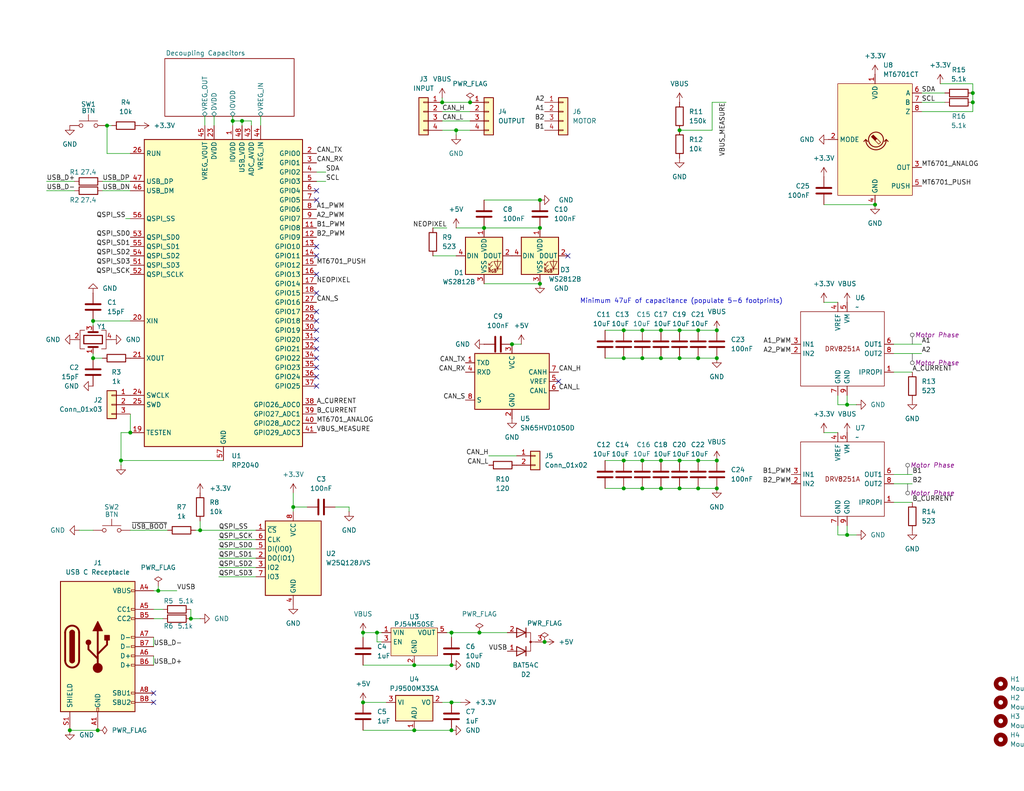
<source format=kicad_sch>
(kicad_sch (version 20250114) (generator "eeschema") (generator_version "9.0")
  (paper "USLetter")
  (title_block (title "Echo FOC Stepper Driver") (rev "A") (company "UC Berkeley MECENG 135/235"))
  (text "Minimum 47uF of capacitance (populate 5-6 footprints)" (at 185.928 82.296 0) (effects (font (size 1.27 1.27))))
  (junction (at 113.03 181.61))
  (junction (at 123.19 191.77))
  (junction (at 80.01 138.43))
  (junction (at 19.05 199.39))
  (junction (at 195.58 90.17))
  (junction (at 231.14 146.05))
  (junction (at 185.42 97.79))
  (junction (at 52.07 168.91))
  (junction (at 128.27 27.94))
  (junction (at 25.4 97.79))
  (junction (at 33.02 125.73))
  (junction (at 147.32 77.47))
  (junction (at 195.58 133.35))
  (junction (at 175.26 97.79))
  (junction (at 175.26 133.35))
  (junction (at 265.43 25.4))
  (junction (at 180.34 133.35))
  (junction (at 147.32 54.61))
  (junction (at 139.7 93.98))
  (junction (at 238.76 55.88))
  (junction (at 99.06 172.72))
  (junction (at 99.06 191.77))
  (junction (at 185.42 125.73))
  (junction (at 63.5 33.02))
  (junction (at 170.18 133.35))
  (junction (at 148.59 175.26))
  (junction (at 120.65 27.94))
  (junction (at 180.34 97.79))
  (junction (at 124.46 35.56))
  (junction (at 231.14 110.49))
  (junction (at 123.19 181.61))
  (junction (at 190.5 125.73))
  (junction (at 102.87 172.72))
  (junction (at 43.18 161.29))
  (junction (at 147.32 62.23))
  (junction (at 265.43 27.94))
  (junction (at 185.42 35.56))
  (junction (at 66.04 33.02))
  (junction (at 190.5 90.17))
  (junction (at 123.19 172.72))
  (junction (at 170.18 97.79))
  (junction (at 190.5 97.79))
  (junction (at 170.18 125.73))
  (junction (at 170.18 90.17))
  (junction (at 26.67 199.39))
  (junction (at 195.58 125.73))
  (junction (at 175.26 90.17))
  (junction (at 29.21 34.29))
  (junction (at 180.34 90.17))
  (junction (at 190.5 133.35))
  (junction (at 25.4 87.63))
  (junction (at 195.58 97.79))
  (junction (at 175.26 125.73))
  (junction (at 54.61 144.78))
  (junction (at 180.34 125.73))
  (junction (at 35.56 118.11))
  (junction (at 185.42 90.17))
  (junction (at 185.42 133.35))
  (junction (at 113.03 199.39))
  (junction (at 130.81 172.72))
  (junction (at 132.08 62.23))
  (junction (at 123.19 199.39))
  (no_connect (at 86.36 90.17))
  (no_connect (at 86.36 97.79))
  (no_connect (at 86.36 100.33))
  (no_connect (at 86.36 102.87))
  (no_connect (at 41.91 191.77))
  (no_connect (at 86.36 74.93))
  (no_connect (at 152.4 104.14))
  (no_connect (at 86.36 85.09))
  (no_connect (at 86.36 95.25))
  (no_connect (at 86.36 105.41))
  (no_connect (at 154.94 69.85))
  (no_connect (at 86.36 92.71))
  (no_connect (at 86.36 54.61))
  (no_connect (at 86.36 67.31))
  (no_connect (at 86.36 87.63))
  (no_connect (at 86.36 80.01))
  (no_connect (at 41.91 189.23))
  (no_connect (at 86.36 52.07))
  (no_connect (at 86.36 69.85))
  (wire (pts (xy 165.1 133.35) (xy 170.18 133.35)))
  (wire (pts (xy 99.06 172.72) (xy 102.87 172.72)))
  (wire (pts (xy 190.5 90.17) (xy 195.58 90.17)))
  (wire (pts (xy 185.42 133.35) (xy 190.5 133.35)))
  (wire (pts (xy 165.1 125.73) (xy 170.18 125.73)))
  (wire (pts (xy 175.26 133.35) (xy 180.34 133.35)))
  (wire (pts (xy 41.91 166.37) (xy 44.45 166.37)))
  (wire (pts (xy 140.97 124.46) (xy 133.35 124.46)))
  (wire (pts (xy 25.4 87.63) (xy 35.56 87.63)))
  (wire (pts (xy 41.91 181.61) (xy 41.91 179.07)))
  (wire (pts (xy 248.92 101.6) (xy 243.84 101.6)))
  (wire (pts (xy 113.03 199.39) (xy 123.19 199.39)))
  (wire (pts (xy 118.11 69.85) (xy 124.46 69.85)))
  (wire (pts (xy 88.9 46.99) (xy 86.36 46.99)))
  (wire (pts (xy 243.84 129.54) (xy 248.92 129.54)))
  (wire (pts (xy 180.34 125.73) (xy 185.42 125.73)))
  (wire (pts (xy 66.04 33.02) (xy 63.5 33.02)))
  (wire (pts (xy 195.58 133.35) (xy 190.5 133.35)))
  (wire (pts (xy 124.46 62.23) (xy 132.08 62.23)))
  (wire (pts (xy 170.18 125.73) (xy 175.26 125.73)))
  (wire (pts (xy 71.12 31.75) (xy 71.12 34.29)))
  (wire (pts (xy 124.46 35.56) (xy 124.46 36.83)))
  (wire (pts (xy 123.19 172.72) (xy 130.81 172.72)))
  (wire (pts (xy 231.14 107.95) (xy 231.14 110.49)))
  (wire (pts (xy 43.18 161.29) (xy 43.18 160.02)))
  (wire (pts (xy 243.84 93.98) (xy 251.46 93.98)))
  (wire (pts (xy 25.4 97.79) (xy 27.94 97.79)))
  (wire (pts (xy 68.58 34.29) (xy 68.58 33.02)))
  (wire (pts (xy 95.25 138.43) (xy 95.25 139.7)))
  (wire (pts (xy 265.43 27.94) (xy 265.43 30.48)))
  (wire (pts (xy 256.54 22.86) (xy 265.43 22.86)))
  (wire (pts (xy 194.31 27.94) (xy 198.12 27.94)))
  (wire (pts (xy 29.21 34.29) (xy 29.21 41.91)))
  (wire (pts (xy 54.61 144.78) (xy 69.85 144.78)))
  (wire (pts (xy 185.42 90.17) (xy 190.5 90.17)))
  (wire (pts (xy 175.26 90.17) (xy 180.34 90.17)))
  (wire (pts (xy 68.58 33.02) (xy 66.04 33.02)))
  (wire (pts (xy 34.29 59.69) (xy 35.56 59.69)))
  (wire (pts (xy 132.08 77.47) (xy 147.32 77.47)))
  (wire (pts (xy 27.94 52.07) (xy 35.56 52.07)))
  (wire (pts (xy 190.5 125.73) (xy 195.58 125.73)))
  (wire (pts (xy 243.84 96.52) (xy 251.46 96.52)))
  (wire (pts (xy 53.34 144.78) (xy 54.61 144.78)))
  (wire (pts (xy 228.6 146.05) (xy 231.14 146.05)))
  (wire (pts (xy 80.01 138.43) (xy 83.82 138.43)))
  (wire (pts (xy 142.24 93.98) (xy 139.7 93.98)))
  (wire (pts (xy 175.26 97.79) (xy 180.34 97.79)))
  (wire (pts (xy 121.92 62.23) (xy 118.11 62.23)))
  (wire (pts (xy 194.31 27.94) (xy 194.31 35.56)))
  (wire (pts (xy 120.65 30.48) (xy 128.27 30.48)))
  (wire (pts (xy 41.91 161.29) (xy 43.18 161.29)))
  (wire (pts (xy 243.84 132.08) (xy 248.92 132.08)))
  (wire (pts (xy 102.87 172.72) (xy 104.14 172.72)))
  (wire (pts (xy 41.91 168.91) (xy 44.45 168.91)))
  (wire (pts (xy 175.26 125.73) (xy 180.34 125.73)))
  (wire (pts (xy 224.79 55.88) (xy 238.76 55.88)))
  (wire (pts (xy 231.14 143.51) (xy 231.14 146.05)))
  (wire (pts (xy 165.1 97.79) (xy 170.18 97.79)))
  (wire (pts (xy 113.03 181.61) (xy 123.19 181.61)))
  (wire (pts (xy 194.31 35.56) (xy 185.42 35.56)))
  (wire (pts (xy 228.6 143.51) (xy 228.6 146.05)))
  (wire (pts (xy 120.65 35.56) (xy 124.46 35.56)))
  (wire (pts (xy 248.92 137.16) (xy 243.84 137.16)))
  (wire (pts (xy 59.69 149.86) (xy 69.85 149.86)))
  (wire (pts (xy 27.94 49.53) (xy 35.56 49.53)))
  (wire (pts (xy 180.34 90.17) (xy 185.42 90.17)))
  (wire (pts (xy 25.4 96.52) (xy 25.4 97.79)))
  (wire (pts (xy 265.43 30.48) (xy 251.46 30.48)))
  (wire (pts (xy 185.42 125.73) (xy 190.5 125.73)))
  (wire (pts (xy 55.88 31.75) (xy 55.88 34.29)))
  (wire (pts (xy 224.79 82.55) (xy 228.6 82.55)))
  (wire (pts (xy 99.06 199.39) (xy 113.03 199.39)))
  (wire (pts (xy 231.14 146.05) (xy 233.68 146.05)))
  (wire (pts (xy 99.06 172.72) (xy 99.06 173.99)))
  (wire (pts (xy 265.43 22.86) (xy 265.43 25.4)))
  (wire (pts (xy 29.21 41.91) (xy 35.56 41.91)))
  (wire (pts (xy 170.18 97.79) (xy 175.26 97.79)))
  (wire (pts (xy 25.4 88.9) (xy 25.4 87.63)))
  (wire (pts (xy 45.72 144.78) (xy 35.56 144.78)))
  (wire (pts (xy 59.69 154.94) (xy 69.85 154.94)))
  (wire (pts (xy 228.6 110.49) (xy 231.14 110.49)))
  (wire (pts (xy 102.87 175.26) (xy 102.87 172.72)))
  (wire (pts (xy 33.02 125.73) (xy 60.96 125.73)))
  (wire (pts (xy 124.46 35.56) (xy 128.27 35.56)))
  (wire (pts (xy 91.44 138.43) (xy 95.25 138.43)))
  (wire (pts (xy 35.56 118.11) (xy 33.02 118.11)))
  (wire (pts (xy 43.18 161.29) (xy 48.26 161.29)))
  (wire (pts (xy 120.65 191.77) (xy 123.19 191.77)))
  (wire (pts (xy 170.18 133.35) (xy 175.26 133.35)))
  (wire (pts (xy 123.19 172.72) (xy 123.19 173.99)))
  (wire (pts (xy 80.01 134.62) (xy 80.01 138.43)))
  (wire (pts (xy 54.61 142.24) (xy 54.61 144.78)))
  (wire (pts (xy 52.07 166.37) (xy 52.07 168.91)))
  (wire (pts (xy 228.6 107.95) (xy 228.6 110.49)))
  (wire (pts (xy 99.06 181.61) (xy 113.03 181.61)))
  (wire (pts (xy 33.02 118.11) (xy 33.02 125.73)))
  (wire (pts (xy 180.34 97.79) (xy 185.42 97.79)))
  (wire (pts (xy 58.42 31.75) (xy 58.42 34.29)))
  (wire (pts (xy 165.1 90.17) (xy 170.18 90.17)))
  (wire (pts (xy 12.7 49.53) (xy 20.32 49.53)))
  (wire (pts (xy 88.9 49.53) (xy 86.36 49.53)))
  (wire (pts (xy 33.02 125.73) (xy 33.02 127)))
  (wire (pts (xy 12.7 52.07) (xy 20.32 52.07)))
  (wire (pts (xy 231.14 110.49) (xy 233.68 110.49)))
  (wire (pts (xy 170.18 90.17) (xy 175.26 90.17)))
  (wire (pts (xy 41.91 176.53) (xy 41.91 173.99)))
  (wire (pts (xy 21.59 144.78) (xy 25.4 144.78)))
  (wire (pts (xy 132.08 54.61) (xy 147.32 54.61)))
  (wire (pts (xy 224.79 118.11) (xy 228.6 118.11)))
  (wire (pts (xy 180.34 133.35) (xy 185.42 133.35)))
  (wire (pts (xy 251.46 25.4) (xy 257.81 25.4)))
  (wire (pts (xy 99.06 191.77) (xy 105.41 191.77)))
  (wire (pts (xy 59.69 147.32) (xy 69.85 147.32)))
  (wire (pts (xy 120.65 33.02) (xy 128.27 33.02)))
  (wire (pts (xy 195.58 97.79) (xy 190.5 97.79)))
  (wire (pts (xy 120.65 27.94) (xy 128.27 27.94)))
  (wire (pts (xy 59.69 152.4) (xy 69.85 152.4)))
  (wire (pts (xy 104.14 175.26) (xy 102.87 175.26)))
  (wire (pts (xy 132.08 62.23) (xy 147.32 62.23)))
  (wire (pts (xy 251.46 27.94) (xy 257.81 27.94)))
  (wire (pts (xy 123.19 191.77) (xy 125.73 191.77)))
  (wire (pts (xy 120.65 27.94) (xy 120.65 26.67)))
  (wire (pts (xy 121.92 172.72) (xy 123.19 172.72)))
  (wire (pts (xy 52.07 168.91) (xy 54.61 168.91)))
  (wire (pts (xy 265.43 25.4) (xy 265.43 27.94)))
  (wire (pts (xy 19.05 199.39) (xy 26.67 199.39)))
  (wire (pts (xy 80.01 138.43) (xy 80.01 139.7)))
  (wire (pts (xy 59.69 157.48) (xy 69.85 157.48)))
  (wire (pts (xy 130.81 172.72) (xy 138.43 172.72)))
  (wire (pts (xy 30.48 34.29) (xy 29.21 34.29)))
  (wire (pts (xy 185.42 97.79) (xy 190.5 97.79)))
  (wire (pts (xy 35.56 118.11) (xy 35.56 113.03)))
  (wire (pts (xy 66.04 33.02) (xy 66.04 34.29)))
  (wire (pts (xy 63.5 31.75) (xy 63.5 33.02)))
  (wire (pts (xy 63.5 33.02) (xy 63.5 34.29)))
  (label "CAN_S" (at 127 109.22 180))
  (label "CAN_H" (at 152.4 101.6 0))
  (label "QSPI_SCK" (at 35.56 74.93 180))
  (label "A1" (at 148.59 30.48 180))
  (label "QSPI_SD2" (at 59.69 154.94 0))
  (label "MT6701_ANALOG" (at 86.36 115.57 0))
  (label "CAN_RX" (at 86.36 44.45 0))
  (label "USB_DP" (at 27.94 49.53 0))
  (label "B1_PWM" (at 215.9 129.54 180))
  (label "SCL" (at 88.9 49.53 0))
  (label "MT6701_ANALOG" (at 251.46 45.72 0))
  (label "QSPI_SS" (at 59.69 144.78 0))
  (label "QSPI_SD1" (at 35.56 67.31 180))
  (label "B1" (at 248.92 129.54 0))
  (label "MT6701_PUSH" (at 86.36 72.39 0))
  (label "QSPI_SD2" (at 35.56 69.85 180))
  (label "SCL" (at 251.46 27.94 0))
  (label "CAN_L" (at 120.65 33.02 0))
  (label "VUSB" (at 138.43 177.8 180))
  (label "A_CURRENT" (at 86.36 110.49 0))
  (label "CAN_S" (at 86.36 82.55 0))
  (label "CAN_H" (at 133.35 124.46 180))
  (label "QSPI_SS" (at 34.29 59.69 180))
  (label "B2_PWM" (at 215.9 132.08 180))
  (label "A1_PWM" (at 215.9 93.98 180))
  (label "QSPI_SD3" (at 35.56 72.39 180))
  (label "B1_PWM" (at 86.36 62.23 0))
  (label "A1" (at 251.46 93.98 0))
  (label "A2" (at 251.46 96.52 0))
  (label "NEOPIXEL" (at 121.92 62.23 180))
  (label "CAN_TX" (at 127 99.06 180))
  (label "A1_PWM" (at 86.36 57.15 0))
  (label "VUSB" (at 48.26 161.29 0))
  (label "~{USB_BOOT}" (at 45.72 144.78 180))
  (label "B2_PWM" (at 86.36 64.77 0))
  (label "CAN_L" (at 152.4 106.68 0))
  (label "B1" (at 148.59 35.56 180))
  (label "VBUS_MEASURE" (at 198.12 27.94 270))
  (label "NEOPIXEL" (at 86.36 77.47 0))
  (label "A_CURRENT" (at 248.92 101.6 0))
  (label "VBUS_MEASURE" (at 86.36 118.11 0))
  (label "CAN_TX" (at 86.36 41.91 0))
  (label "USB_D-" (at 41.91 176.53 0))
  (label "B_CURRENT" (at 86.36 113.03 0))
  (label "B2" (at 248.92 132.08 0))
  (label "SDA" (at 88.9 46.99 0))
  (label "USB_D+" (at 41.91 181.61 0))
  (label "USB_DN" (at 27.94 52.07 0))
  (label "CAN_L" (at 133.35 127 180))
  (label "A2_PWM" (at 215.9 96.52 180))
  (label "B2" (at 148.59 33.02 180))
  (label "QSPI_SD0" (at 35.56 64.77 180))
  (label "CAN_RX" (at 127 101.6 180))
  (label "USB_D+" (at 12.7 49.53 0))
  (label "A2" (at 148.59 27.94 180))
  (label "QSPI_SD1" (at 59.69 152.4 0))
  (label "QSPI_SD0" (at 59.69 149.86 0))
  (label "B_CURRENT" (at 248.92 137.16 0))
  (label "QSPI_SD3" (at 59.69 157.48 0))
  (label "QSPI_SCK" (at 59.69 147.32 0))
  (label "A2_PWM" (at 86.36 59.69 0))
  (label "USB_D-" (at 12.7 52.07 0))
  (label "CAN_H" (at 120.65 30.48 0))
  (label "SDA" (at 251.46 25.4 0))
  (label "MT6701_PUSH" (at 251.46 50.8 0))
  (netclass_flag "" (length 2.54) (shape round) (at 248.92 93.98 0) (property "Netclass" "Motor Phase" (at 249.6185 91.44 0) (effects (font (italic yes)) (justify left))))
  (netclass_flag "" (length 2.54) (shape round) (at 248.92 96.52 180) (property "Netclass" "Motor Phase" (at 249.6185 99.06 0) (effects (font (italic yes)) (justify left))))
  (netclass_flag "" (length 2.54) (shape round) (at 247.65 132.08 180) (property "Netclass" "Motor Phase" (at 248.3485 134.62 0) (effects (font (italic yes)) (justify left))))
  (netclass_flag "" (length 2.54) (shape round) (at 247.65 129.54 0) (property "Netclass" "Motor Phase" (at 248.3485 127 0) (effects (font (italic yes)) (justify left))))
  (symbol (lib_id "power:GND") (at 147.32 54.61 90) (unit 1)
    (property "Reference" "#PWR026" (effects (hide yes)))
    (property "Value" "GND" (at 152.4 54.6099 90) (effects (justify right)))
    (property "Description" "Power symbol creates a global label with name \"GND\" , ground" (effects (hide yes)))
  )
  (symbol (lib_id "power:+3.3V") (at 38.1 34.29 270) (unit 1)
    (property "Reference" "#PWR09" (effects (hide yes)))
    (property "Value" "+3.3V" (at 41.91 34.2899 90) (effects (justify left)))
    (property "Description" "Power symbol creates a global label with name \"+3.3V\"" (effects (hide yes)))
  )
  (symbol (lib_id "power:GND") (at 195.58 97.79 0) (unit 1)
    (property "Reference" "#PWR032" (effects (hide yes)))
    (property "Value" "GND" (at 195.58 102.87 0))
    (property "Description" "Power symbol creates a global label with name \"GND\" , ground" (effects (hide yes)))
  )
  (symbol (lib_id "power:GND") (at 195.58 133.35 0) (unit 1)
    (property "Reference" "#PWR034" (effects (hide yes)))
    (property "Value" "GND" (at 195.58 138.43 0))
    (property "Description" "Power symbol creates a global label with name \"GND\" , ground" (effects (hide yes)))
  )
  (symbol (lib_id "power:GND") (at 238.76 55.88 0) (unit 1)
    (property "Reference" "#PWR044" (effects (hide yes)))
    (property "Value" "GND" (at 238.76 60.96 0))
    (property "Description" "Power symbol creates a global label with name \"GND\" , ground" (effects (hide yes)))
  )
  (symbol (lib_id "Device:C") (at 180.34 93.98 0) (unit 1)
    (property "Reference" "C17" (at 178.308 85.852 0) (effects (justify left)))
    (property "Value" "10uF" (at 178.308 88.392 0) (effects (justify left)))
    (property "Footprint" "Capacitor_SMD:C_0805_2012Metric" (effects (hide yes)))
    (property "Description" "Unpolarized capacitor" (effects (hide yes)))
    (property "LCSC" "C440198" (effects (hide yes)))
  )
  (symbol (lib_id "power:+3.3V") (at 224.79 82.55 0) (unit 1)
    (property "Reference" "#PWR036" (effects (hide yes)))
    (property "Value" "+3.3V" (at 224.79 77.47 0))
    (property "Description" "Power symbol creates a global label with name \"+3.3V\"" (effects (hide yes)))
  )
  (symbol (lib_id "power:+3.3V") (at 224.79 48.26 0) (unit 1)
    (property "Reference" "#PWR035" (effects (hide yes)))
    (property "Value" "+3.3V" (at 224.79 43.18 0))
    (property "Description" "Power symbol creates a global label with name \"+3.3V\"" (effects (hide yes)))
  )
  (symbol (lib_id "Mechanical:MountingHole") (at 273.05 201.93 0) (unit 1)
    (property "Reference" "H4" (at 275.59 200.66 0) (effects (justify left)))
    (property "Value" "MountingHole" (at 275.59 203.2 0) (effects (justify left)))
    (property "Footprint" "MountingHole:MountingHole_3.2mm_M3_DIN965_Pad" (effects (hide yes)))
    (property "Description" "Mounting Hole without connection" (effects (hide yes)))
  )
  (symbol (lib_id "Device:C") (at 165.1 129.54 0) (unit 1)
    (property "Reference" "C12" (at 166.624 121.412 0) (effects (justify right)))
    (property "Value" "10uF" (at 166.624 123.952 0) (effects (justify right)))
    (property "Footprint" "Capacitor_SMD:C_0805_2012Metric" (effects (hide yes)))
    (property "Description" "Unpolarized capacitor" (effects (hide yes)))
    (property "LCSC" "C440198" (effects (hide yes)))
  )
  (symbol (lib_id "Device:C") (at 224.79 52.07 0) (mirror y) (unit 1)
    (property "Reference" "C25" (at 220.98 50.7999 0) (effects (justify left)))
    (property "Value" "100nF" (at 220.98 53.3399 0) (effects (justify left)))
    (property "Footprint" "Capacitor_SMD:C_0603_1608Metric" (effects (hide yes)))
    (property "Description" "Unpolarized capacitor" (effects (hide yes)))
    (property "LCSC" "C1591" (effects (hide yes)))
  )
  (symbol (lib_id "Mechanical:MountingHole") (at 273.05 191.77 0) (unit 1)
    (property "Reference" "H2" (at 275.59 190.5 0) (effects (justify left)))
    (property "Value" "MountingHole" (at 275.59 193.04 0) (effects (justify left)))
    (property "Footprint" "MountingHole:MountingHole_3.2mm_M3_DIN965_Pad" (effects (hide yes)))
    (property "Description" "Mounting Hole without connection" (effects (hide yes)))
  )
  (symbol (lib_id "power:VBUS") (at 120.65 26.67 0) (unit 1)
    (property "Reference" "#PWR017" (effects (hide yes)))
    (property "Value" "VBUS" (at 120.65 21.59 0))
    (property "Description" "Power symbol creates a global label with name \"VBUS\"" (effects (hide yes)))
  )
  (symbol (lib_id "power:GND") (at 21.59 144.78 270) (unit 1)
    (property "Reference" "#PWR04" (effects (hide yes)))
    (property "Value" "GND" (at 17.78 144.78 90) (effects (justify right)))
    (property "Description" "Power symbol creates a global label with name \"GND\" , ground" (effects (hide yes)))
  )
  (symbol (lib_id "Connector_Generic:Conn_01x04") (at 133.35 30.48 0) (unit 1)
    (property "Reference" "J4" (at 135.89 30.4799 0) (effects (justify left)))
    (property "Value" "OUTPUT" (at 135.89 33.0199 0) (effects (justify left)))
    (property "Footprint" "Connector_JST:JST_PH_S4B-PH-K_1x04_P2.00mm_Horizontal" (effects (hide yes)))
    (property "Description" "Generic connector, single row, 01x04, script generated (kicad-library-utils/schlib/autogen/connector/)" (effects (hide yes)))
    (property "LCSC" "C157926" (effects (hide yes)))
  )
  (symbol (lib_id "Device:C") (at 135.89 93.98 270) (mirror x) (unit 1)
    (property "Reference" "C9" (at 135.89 86.36 90))
    (property "Value" "100nF" (at 135.89 88.9 90))
    (property "Footprint" "Capacitor_SMD:C_0402_1005Metric" (effects (hide yes)))
    (property "Description" "Unpolarized capacitor" (effects (hide yes)))
    (property "LCSC" "C960916" (effects (hide yes)))
  )
  (symbol (lib_id "Device:C") (at 175.26 93.98 0) (unit 1)
    (property "Reference" "C15" (at 177.546 85.852 0) (effects (justify right)))
    (property "Value" "10uF" (at 177.546 88.392 0) (effects (justify right)))
    (property "Footprint" "Capacitor_SMD:C_0805_2012Metric" (effects (hide yes)))
    (property "Description" "Unpolarized capacitor" (effects (hide yes)))
    (property "LCSC" "C440198" (effects (hide yes)))
  )
  (symbol (lib_id "Device:R") (at 54.61 138.43 180) (unit 1)
    (property "Reference" "R8" (at 57.15 137.16 0) (effects (justify right)))
    (property "Value" "10k" (at 57.15 139.7 0) (effects (justify right)))
    (property "Footprint" "Resistor_SMD:R_0402_1005Metric" (effects (hide yes)))
    (property "Description" "Resistor" (effects (hide yes)))
    (property "LCSC" "C60490" (effects (hide yes)))
  )
  (symbol (lib_id "Connector:USB_C_Receptacle_USB2.0_16P") (at 26.67 176.53 0) (unit 1)
    (property "Reference" "J1" (at 26.67 153.67 0))
    (property "Value" "USB C Receptacle" (at 26.67 156.21 0))
    (property "Footprint" "Connector_USB:USB_C_Receptacle_G-Switch_GT-USB-7010ASV" (effects (hide yes)))
    (property "Datasheet" "https://www.usb.org/sites/default/files/documents/usb_type-c.zip" (effects (hide yes)))
    (property "Description" "USB 2.0-only 16P Type-C Receptacle connector" (effects (hide yes)))
    (property "LCSC" "C2988369" (effects (hide yes)))
  )
  (symbol (lib_id "power:+5V") (at 148.59 175.26 270) (unit 1)
    (property "Reference" "#PWR028" (effects (hide yes)))
    (property "Value" "+5V" (at 152.4 175.2599 90) (effects (justify left)))
    (property "Description" "Power symbol creates a global label with name \"+5V\"" (effects (hide yes)))
  )
  (symbol (lib_id "power:GND") (at 30.48 92.71 90) (unit 1)
    (property "Reference" "#PWR07" (effects (hide yes)))
    (property "Value" "GND" (at 34.29 92.7099 90) (effects (justify right)))
    (property "Description" "Power symbol creates a global label with name \"GND\" , ground" (effects (hide yes)))
  )
  (symbol (lib_id "Device:C") (at 147.32 58.42 180) (unit 1)
    (property "Reference" "C10" (at 151.13 57.1499 0) (effects (justify right)))
    (property "Value" "100nF" (at 151.13 59.6899 0) (effects (justify right)))
    (property "Footprint" "Capacitor_SMD:C_0402_1005Metric" (effects (hide yes)))
    (property "Description" "Unpolarized capacitor" (effects (hide yes)))
    (property "LCSC" "C960916" (effects (hide yes)))
  )
  (symbol (lib_id "power:PWR_FLAG") (at 26.67 199.39 270) (unit 1)
    (property "Reference" "#FLG01" (effects (hide yes)))
    (property "Value" "PWR_FLAG" (at 30.48 199.3899 90) (effects (justify left)))
    (property "Description" "Special symbol for telling ERC where power comes from" (effects (hide yes)))
  )
  (symbol (lib_id "Device:R") (at 248.92 140.97 0) (unit 1)
    (property "Reference" "R14" (at 251.46 139.6999 0) (effects (justify left)))
    (property "Value" "523" (at 251.46 142.2399 0) (effects (justify left)))
    (property "Footprint" "Resistor_SMD:R_0402_1005Metric" (effects (hide yes)))
    (property "Description" "Resistor" (effects (hide yes)))
    (property "LCSC" "C517803" (effects (hide yes)))
  )
  (symbol (lib_id "Device:C") (at 195.58 129.54 0) (unit 1)
    (property "Reference" "C24" (at 199.39 128.2699 0) (effects (justify left)))
    (property "Value" "100nF" (at 199.39 130.8099 0) (effects (justify left)))
    (property "Footprint" "Capacitor_SMD:C_0402_1005Metric" (effects (hide yes)))
    (property "Description" "Unpolarized capacitor" (effects (hide yes)))
    (property "LCSC" "C960916" (effects (hide yes)))
  )
  (symbol (lib_id "Connector_Generic:Conn_01x03") (at 30.48 110.49 0) (mirror y) (unit 1)
    (property "Reference" "J2" (at 27.94 109.2199 0) (effects (justify left)))
    (property "Value" "Conn_01x03" (at 27.94 111.7599 0) (effects (justify left)))
    (property "Footprint" "Connector_PinHeader_2.54mm:PinHeader_1x03_P2.54mm_Vertical" (effects (hide yes)))
    (property "Description" "Generic connector, single row, 01x03, script generated (kicad-library-utils/schlib/autogen/connector/)" (effects (hide yes)))
  )
  (symbol (lib_id "Device:C") (at 185.42 129.54 0) (unit 1)
    (property "Reference" "C20" (at 183.388 121.412 0) (effects (justify left)))
    (property "Value" "10uF" (at 183.388 123.952 0) (effects (justify left)))
    (property "Footprint" "Capacitor_SMD:C_0805_2012Metric" (effects (hide yes)))
    (property "Description" "Unpolarized capacitor" (effects (hide yes)))
    (property "LCSC" "C440198" (effects (hide yes)))
  )
  (symbol (lib_id "Device:C") (at 25.4 83.82 180) (unit 1)
    (property "Reference" "C1" (at 29.21 82.5499 0) (effects (justify right)))
    (property "Value" "15pF" (at 29.21 85.0899 0) (effects (justify right)))
    (property "Footprint" "Capacitor_SMD:C_0402_1005Metric" (effects (hide yes)))
    (property "Description" "Unpolarized capacitor" (effects (hide yes)))
    (property "LCSC" "C18164617" (effects (hide yes)))
  )
  (symbol (lib_id "power:PWR_FLAG") (at 148.59 175.26 0) (unit 1)
    (property "Reference" "#FLG05" (effects (hide yes)))
    (property "Value" "PWR_FLAG" (at 148.59 170.18 0))
    (property "Description" "Special symbol for telling ERC where power comes from" (effects (hide yes)))
  )
  (symbol (lib_id "Device:R") (at 118.11 66.04 180) (unit 1)
    (property "Reference" "R9" (at 120.65 64.7699 0) (effects (justify right)))
    (property "Value" "523" (at 120.65 67.3099 0) (effects (justify right)))
    (property "Footprint" "Resistor_SMD:R_0402_1005Metric" (effects (hide yes)))
    (property "Description" "Resistor" (effects (hide yes)))
    (property "LCSC" "C517803" (effects (hide yes)))
  )
  (symbol (lib_id "Device:C") (at 170.18 93.98 0) (unit 1)
    (property "Reference" "C13" (at 171.704 85.852 0) (effects (justify right)))
    (property "Value" "10uF" (at 171.704 88.392 0) (effects (justify right)))
    (property "Footprint" "Capacitor_SMD:C_0805_2012Metric" (effects (hide yes)))
    (property "Description" "Unpolarized capacitor" (effects (hide yes)))
    (property "LCSC" "C440198" (effects (hide yes)))
  )
  (symbol (lib_id "power:VBUS") (at 185.42 27.94 0) (unit 1)
    (property "Reference" "#PWR029" (effects (hide yes)))
    (property "Value" "VBUS" (at 185.42 22.86 0))
    (property "Description" "Power symbol creates a global label with name \"VBUS\"" (effects (hide yes)))
  )
  (symbol (lib_id "power:GND") (at 95.25 139.7 0) (unit 1)
    (property "Reference" "#PWR014" (effects (hide yes)))
    (property "Value" "GND" (at 95.25 144.78 0))
    (property "Description" "Power symbol creates a global label with name \"GND\" , ground" (effects (hide yes)))
  )
  (symbol (lib_id "power:GND") (at 248.92 109.22 0) (unit 1)
    (property "Reference" "#PWR045" (effects (hide yes)))
    (property "Value" "GND" (at 248.92 114.3 0))
    (property "Description" "Power symbol creates a global label with name \"GND\" , ground" (effects (hide yes)))
  )
  (symbol (lib_id "power:PWR_FLAG") (at 128.27 27.94 0) (unit 1)
    (property "Reference" "#FLG03" (effects (hide yes)))
    (property "Value" "PWR_FLAG" (at 128.27 22.86 0))
    (property "Description" "Special symbol for telling ERC where power comes from" (effects (hide yes)))
  )
  (symbol (lib_id "power:+5V") (at 142.24 93.98 0) (unit 1)
    (property "Reference" "#PWR025" (effects (hide yes)))
    (property "Value" "+5V" (at 142.24 88.9 0))
    (property "Description" "Power symbol creates a global label with name \"+5V\"" (effects (hide yes)))
  )
  (symbol (lib_id "power:GND") (at 25.4 105.41 270) (unit 1)
    (property "Reference" "#PWR06" (effects (hide yes)))
    (property "Value" "GND" (at 21.59 105.4099 90) (effects (justify right)))
    (property "Description" "Power symbol creates a global label with name \"GND\" , ground" (effects (hide yes)))
  )
  (symbol (lib_id "Device:R") (at 48.26 166.37 90) (unit 1)
    (property "Reference" "R5" (at 45.974 164.084 90))
    (property "Value" "5.1k" (at 50.8 164.084 90))
    (property "Footprint" "Resistor_SMD:R_0402_1005Metric" (effects (hide yes)))
    (property "Description" "Resistor" (effects (hide yes)))
    (property "LCSC" "C105872" (effects (hide yes)))
  )
  (symbol (lib_id "power:GND") (at 248.92 144.78 0) (unit 1)
    (property "Reference" "#PWR046" (effects (hide yes)))
    (property "Value" "GND" (at 248.92 149.86 0))
    (property "Description" "Power symbol creates a global label with name \"GND\" , ground" (effects (hide yes)))
  )
  (symbol (lib_id "power:PWR_FLAG") (at 130.81 172.72 0) (unit 1)
    (property "Reference" "#FLG04" (effects (hide yes)))
    (property "Value" "PWR_FLAG" (at 130.81 167.64 0))
    (property "Description" "Special symbol for telling ERC where power comes from" (effects (hide yes)))
  )
  (symbol (lib_id "Device:D_Dual_CommonCathode_AAK_Parallel") (at 143.51 175.26 0) (mirror x) (unit 1)
    (property "Reference" "D2" (at 143.4465 184.15 0))
    (property "Value" "BAT54C" (at 143.4465 181.61 0))
    (property "Footprint" "Package_TO_SOT_SMD:SOT-23" (effects (hide yes)))
    (property "Description" "Dual diode, common cathode on pin 1" (effects (hide yes)))
    (property "LCSC" "C37704" (effects (hide yes)))
  )
  (symbol (lib_id "LED:WS2812B") (at 132.08 69.85 0) (unit 1)
    (property "Reference" "D1" (at 125.222 74.422 0))
    (property "Value" "WS2812B" (at 125.222 76.962 0))
    (property "Footprint" "LED_SMD:LED_WS2812B_PLCC4_5.0x5.0mm_P3.2mm" (effects (hide yes)))
    (property "Datasheet" "https://cdn-shop.adafruit.com/datasheets/WS2812B.pdf" (effects (hide yes)))
    (property "Description" "RGB LED with integrated controller" (effects (hide yes)))
  )
  (symbol (lib_id "Device:R") (at 49.53 144.78 90) (unit 1)
    (property "Reference" "R7" (at 49.53 138.43 90))
    (property "Value" "1k" (at 49.53 140.97 90))
    (property "Footprint" "Resistor_SMD:R_0402_1005Metric" (effects (hide yes)))
    (property "Description" "Resistor" (effects (hide yes)))
    (property "LCSC" "C105637" (effects (hide yes)))
  )
  (symbol (lib_id "power:GND") (at 80.01 165.1 0) (unit 1)
    (property "Reference" "#PWR013" (effects (hide yes)))
    (property "Value" "GND" (at 80.01 170.18 0))
    (property "Description" "Power symbol creates a global label with name \"GND\" , ground" (effects (hide yes)))
  )
  (symbol (lib_id "Device:C") (at 99.06 195.58 0) (unit 1)
    (property "Reference" "C5" (at 102.87 194.3099 0) (effects (justify left)))
    (property "Value" "1uF" (at 102.87 196.8499 0) (effects (justify left)))
    (property "Footprint" "Capacitor_SMD:C_0402_1005Metric" (effects (hide yes)))
    (property "Description" "Unpolarized capacitor" (effects (hide yes)))
    (property "LCSC" "C1518208" (effects (hide yes)))
  )
  (symbol (lib_id "power:GND") (at 54.61 168.91 90) (unit 1)
    (property "Reference" "#PWR011" (effects (hide yes)))
    (property "Value" "GND" (at 58.42 168.9099 90) (effects (justify right)))
    (property "Description" "Power symbol creates a global label with name \"GND\" , ground" (effects (hide yes)))
  )
  (symbol (lib_id "EchoSymbols:DRV8251A") (at 229.87 130.81 0) (unit 1)
    (property "Reference" "U7" (at 233.3341 116.84 0) (effects (justify left)))
    (property "Value" "~" (at 233.3341 119.38 0) (effects (justify left)))
    (property "Footprint" "Package_SO:Texas_HSOP-8-1EP_3.9x4.9mm_P1.27mm_ThermalVias" (effects (hide yes)))
    (property "LCSC" "C5218844" (effects (hide yes)))
  )
  (symbol (lib_id "power:+3.3V") (at 125.73 191.77 270) (unit 1)
    (property "Reference" "#PWR022" (effects (hide yes)))
    (property "Value" "+3.3V" (at 129.54 191.7699 90) (effects (justify left)))
    (property "Description" "Power symbol creates a global label with name \"+3.3V\"" (effects (hide yes)))
  )
  (symbol (lib_id "Device:C") (at 132.08 58.42 180) (unit 1)
    (property "Reference" "C8" (at 137.16 57.1499 0) (effects (justify right)))
    (property "Value" "100nF" (at 137.16 59.6899 0) (effects (justify right)))
    (property "Footprint" "Capacitor_SMD:C_0402_1005Metric" (effects (hide yes)))
    (property "Description" "Unpolarized capacitor" (effects (hide yes)))
    (property "LCSC" "C960916" (effects (hide yes)))
  )
  (symbol (lib_id "Connector_Generic:Conn_01x04") (at 115.57 30.48 0) (mirror y) (unit 1)
    (property "Reference" "J3" (at 115.57 21.59 0))
    (property "Value" "INPUT" (at 115.57 24.13 0))
    (property "Footprint" "Connector_JST:JST_PH_S4B-PH-K_1x04_P2.00mm_Horizontal" (effects (hide yes)))
    (property "Description" "Generic connector, single row, 01x04, script generated (kicad-library-utils/schlib/autogen/connector/)" (effects (hide yes)))
    (property "LCSC" "C157926" (effects (hide yes)))
  )
  (symbol (lib_id "power:+3.3V") (at 54.61 134.62 0) (unit 1)
    (property "Reference" "#PWR010" (effects (hide yes)))
    (property "Value" "+3.3V" (at 57.15 133.3499 0) (effects (justify left)))
    (property "Description" "Power symbol creates a global label with name \"+3.3V\"" (effects (hide yes)))
  )
  (symbol (lib_id "Device:C") (at 190.5 129.54 0) (unit 1)
    (property "Reference" "C22" (at 188.468 121.412 0) (effects (justify left)))
    (property "Value" "10uF" (at 188.468 123.952 0) (effects (justify left)))
    (property "Footprint" "Capacitor_SMD:C_0805_2012Metric" (effects (hide yes)))
    (property "Description" "Unpolarized capacitor" (effects (hide yes)))
    (property "LCSC" "C440198" (effects (hide yes)))
  )
  (symbol (lib_id "Device:Crystal_GND24") (at 25.4 92.71 90) (unit 1)
    (property "Reference" "Y1" (at 27.686 89.154 90))
    (property "Value" "ABM8-272-T3" (effects (hide yes)))
    (property "Footprint" "Crystal:Crystal_SMD_3225-4Pin_3.2x2.5mm" (effects (hide yes)))
    (property "Description" "Four pin crystal, GND on pins 2 and 4" (effects (hide yes)))
    (property "LCSC" "C20625731" (effects (hide yes)))
  )
  (symbol (lib_id "Device:R") (at 24.13 52.07 270) (unit 1)
    (property "Reference" "R2" (at 20.32 54.61 90))
    (property "Value" "27.4" (at 24.13 54.61 90))
    (property "Footprint" "Resistor_SMD:R_0402_1005Metric" (effects (hide yes)))
    (property "Description" "Resistor" (effects (hide yes)))
    (property "LCSC" "C274349" (effects (hide yes)))
  )
  (symbol (lib_id "Sensor_Magnetic:MT6701CT") (at 238.76 38.1 0) (unit 1)
    (property "Reference" "U8" (at 240.9541 17.78 0) (effects (justify left)))
    (property "Value" "MT6701CT" (at 240.9541 20.32 0) (effects (justify left)))
    (property "Footprint" "Package_SO:SO-8_3.9x4.9mm_P1.27mm" (effects (hide yes)))
    (property "Datasheet" "https://www.magntek.com.cn/upload/MT6701_Rev.1.5.pdf" (effects (hide yes)))
    (property "Description" "Hall Based Angle Position Encoder Sensor, I2C, SSI, ABZ & UVW interfaces, 3.3..5V supply, SOIC-8" (effects (hide yes)))
    (property "LCSC" "C19711153" (effects (hide yes)))
  )
  (symbol (lib_id "MCU_RaspberryPi:RP2040") (at 60.96 80.01 0) (unit 1)
    (property "Reference" "U1" (at 63.1541 124.46 0) (effects (justify left)))
    (property "Value" "RP2040" (at 63.1541 127 0) (effects (justify left)))
    (property "Footprint" "Package_DFN_QFN:QFN-56-1EP_7x7mm_P0.4mm_EP3.2x3.2mm" (effects (hide yes)))
    (property "Datasheet" "https://datasheets.raspberrypi.com/rp2040/rp2040-datasheet.pdf" (effects (hide yes)))
    (property "Description" "A microcontroller by Raspberry Pi" (effects (hide yes)))
    (property "LCSC" "C2040" (effects (hide yes)))
  )
  (symbol (lib_id "Device:C") (at 170.18 129.54 0) (unit 1)
    (property "Reference" "C14" (at 171.704 121.412 0) (effects (justify right)))
    (property "Value" "10uF" (at 171.704 123.952 0) (effects (justify right)))
    (property "Footprint" "Capacitor_SMD:C_0805_2012Metric" (effects (hide yes)))
    (property "Description" "Unpolarized capacitor" (effects (hide yes)))
    (property "LCSC" "C440198" (effects (hide yes)))
  )
  (symbol (lib_id "Device:C") (at 180.34 129.54 0) (unit 1)
    (property "Reference" "C18" (at 178.308 121.412 0) (effects (justify left)))
    (property "Value" "10uF" (at 178.308 123.952 0) (effects (justify left)))
    (property "Footprint" "Capacitor_SMD:C_0805_2012Metric" (effects (hide yes)))
    (property "Description" "Unpolarized capacitor" (effects (hide yes)))
    (property "LCSC" "C440198" (effects (hide yes)))
  )
  (symbol (lib_id "power:+3.3V") (at 256.54 22.86 0) (unit 1)
    (property "Reference" "#PWR047" (effects (hide yes)))
    (property "Value" "+3.3V" (at 256.54 17.78 0))
    (property "Description" "Power symbol creates a global label with name \"+3.3V\"" (effects (hide yes)))
  )
  (symbol (lib_id "power:GND") (at 123.19 199.39 90) (unit 1)
    (property "Reference" "#PWR019" (effects (hide yes)))
    (property "Value" "GND" (at 127 199.3899 90) (effects (justify right)))
    (property "Description" "Power symbol creates a global label with name \"GND\" , ground" (effects (hide yes)))
  )
  (symbol (lib_id "Mechanical:MountingHole") (at 273.05 196.85 0) (unit 1)
    (property "Reference" "H3" (at 275.59 195.58 0) (effects (justify left)))
    (property "Value" "MountingHole" (at 275.59 198.12 0) (effects (justify left)))
    (property "Footprint" "MountingHole:MountingHole_3.2mm_M3_DIN965_Pad" (effects (hide yes)))
    (property "Description" "Mounting Hole without connection" (effects (hide yes)))
  )
  (symbol (lib_id "power:GND") (at 20.32 92.71 270) (unit 1)
    (property "Reference" "#PWR03" (effects (hide yes)))
    (property "Value" "GND" (at 16.51 92.7099 90) (effects (justify right)))
    (property "Description" "Power symbol creates a global label with name \"GND\" , ground" (effects (hide yes)))
  )
  (symbol (lib_id "power:GND") (at 123.19 181.61 90) (unit 1)
    (property "Reference" "#PWR018" (effects (hide yes)))
    (property "Value" "GND" (at 127 181.6099 90) (effects (justify right)))
    (property "Description" "Power symbol creates a global label with name \"GND\" , ground" (effects (hide yes)))
  )
  (symbol (lib_id "Device:C") (at 123.19 195.58 0) (unit 1)
    (property "Reference" "C7" (at 127 194.3099 0) (effects (justify left)))
    (property "Value" "1uF" (at 127 196.8499 0) (effects (justify left)))
    (property "Footprint" "Capacitor_SMD:C_0402_1005Metric" (effects (hide yes)))
    (property "Description" "Unpolarized capacitor" (effects (hide yes)))
    (property "LCSC" "C1518208" (effects (hide yes)))
  )
  (symbol (lib_id "Connector_Generic:Conn_01x04") (at 153.67 30.48 0) (unit 1)
    (property "Reference" "J6" (at 156.21 30.4799 0) (effects (justify left)))
    (property "Value" "MOTOR" (at 156.21 33.0199 0) (effects (justify left)))
    (property "Footprint" "Connector_JST:JST_XH_S4B-XH-A_1x04_P2.50mm_Horizontal" (effects (hide yes)))
    (property "Description" "Generic connector, single row, 01x04, script generated (kicad-library-utils/schlib/autogen/connector/)" (effects (hide yes)))
    (property "LCSC" "C157925" (effects (hide yes)))
  )
  (symbol (lib_id "Device:C") (at 165.1 93.98 0) (unit 1)
    (property "Reference" "C11" (at 166.624 85.852 0) (effects (justify right)))
    (property "Value" "10uF" (at 166.624 88.392 0) (effects (justify right)))
    (property "Footprint" "Capacitor_SMD:C_0805_2012Metric" (effects (hide yes)))
    (property "Description" "Unpolarized capacitor" (effects (hide yes)))
    (property "LCSC" "C440198" (effects (hide yes)))
  )
  (symbol (lib_id "Connector_Generic:Conn_01x02") (at 146.05 124.46 0) (unit 1)
    (property "Reference" "J5" (at 148.59 124.4599 0) (effects (justify left)))
    (property "Value" "Conn_01x02" (at 148.59 126.9999 0) (effects (justify left)))
    (property "Footprint" "Connector_PinHeader_2.54mm:PinHeader_1x02_P2.54mm_Vertical" (effects (hide yes)))
    (property "Description" "Generic connector, single row, 01x02, script generated (kicad-library-utils/schlib/autogen/connector/)" (effects (hide yes)))
  )
  (symbol (lib_id "Device:C") (at 87.63 138.43 90) (unit 1)
    (property "Reference" "C3" (at 87.63 130.81 90))
    (property "Value" "100nF" (at 87.63 133.35 90))
    (property "Footprint" "Capacitor_SMD:C_0402_1005Metric" (effects (hide yes)))
    (property "Description" "Unpolarized capacitor" (effects (hide yes)))
    (property "LCSC" "C960916" (effects (hide yes)))
  )
  (symbol (lib_id "power:+5V") (at 99.06 191.77 0) (unit 1)
    (property "Reference" "#PWR016" (effects (hide yes)))
    (property "Value" "+5V" (at 99.06 186.69 0))
    (property "Description" "Power symbol creates a global label with name \"+5V\"" (effects (hide yes)))
  )
  (symbol (lib_id "power:+3.3V") (at 80.01 134.62 0) (unit 1)
    (property "Reference" "#PWR012" (effects (hide yes)))
    (property "Value" "+3.3V" (at 80.01 129.54 0))
    (property "Description" "Power symbol creates a global label with name \"+3.3V\"" (effects (hide yes)))
  )
  (symbol (lib_id "power:GND") (at 233.68 110.49 90) (unit 1)
    (property "Reference" "#PWR041" (effects (hide yes)))
    (property "Value" "GND" (at 237.49 110.4899 90) (effects (justify right)))
    (property "Description" "Power symbol creates a global label with name \"GND\" , ground" (effects (hide yes)))
  )
  (symbol (lib_id "Switch:SW_Push") (at 30.48 144.78 0) (unit 1)
    (property "Reference" "SW2" (at 30.48 138.43 0))
    (property "Value" "BTN" (at 30.48 140.462 0))
    (property "Footprint" "Button_Switch_SMD:SW_SPST_B3U-1000P" (effects (hide yes)))
    (property "Description" "Push button switch, generic, two pins" (effects (hide yes)))
    (property "LCSC" "C231329" (effects (hide yes)))
  )
  (symbol (lib_id "LED:WS2812B") (at 147.32 69.85 0) (unit 1)
    (property "Reference" "D3" (at 154.178 73.66 0))
    (property "Value" "WS2812B" (at 154.178 76.2 0))
    (property "Footprint" "LED_SMD:LED_WS2812B_PLCC4_5.0x5.0mm_P3.2mm" (effects (hide yes)))
    (property "Datasheet" "https://cdn-shop.adafruit.com/datasheets/WS2812B.pdf" (effects (hide yes)))
    (property "Description" "RGB LED with integrated controller" (effects (hide yes)))
  )
  (symbol (lib_id "power:GND") (at 124.46 36.83 0) (unit 1)
    (property "Reference" "#PWR020" (effects (hide yes)))
    (property "Value" "GND" (at 124.46 41.91 0))
    (property "Description" "Power symbol creates a global label with name \"GND\" , ground" (effects (hide yes)))
  )
  (symbol (lib_id "power:GND") (at 132.08 93.98 270) (unit 1)
    (property "Reference" "#PWR023" (effects (hide yes)))
    (property "Value" "GND" (at 128.27 93.9799 90) (effects (justify right)))
    (property "Description" "Power symbol creates a global label with name \"GND\" , ground" (effects (hide yes)))
  )
  (symbol (lib_id "power:VBUS") (at 195.58 90.17 0) (unit 1)
    (property "Reference" "#PWR031" (effects (hide yes)))
    (property "Value" "VBUS" (at 195.58 85.09 0))
    (property "Description" "Power symbol creates a global label with name \"VBUS\"" (effects (hide yes)))
  )
  (symbol (lib_id "power:GND") (at 19.05 199.39 0) (unit 1)
    (property "Reference" "#PWR02" (effects (hide yes)))
    (property "Value" "GND" (at 21.59 200.6599 0) (effects (justify left)))
    (property "Description" "Power symbol creates a global label with name \"GND\" , ground" (effects (hide yes)))
  )
  (symbol (lib_id "power:VBUS") (at 195.58 125.73 0) (unit 1)
    (property "Reference" "#PWR033" (effects (hide yes)))
    (property "Value" "VBUS" (at 195.58 120.65 0))
    (property "Description" "Power symbol creates a global label with name \"VBUS\"" (effects (hide yes)))
  )
  (symbol (lib_id "Device:R") (at 31.75 97.79 90) (unit 1)
    (property "Reference" "R3" (at 31.75 101.6 90))
    (property "Value" "1k" (at 31.75 104.14 90))
    (property "Footprint" "Resistor_SMD:R_0402_1005Metric" (effects (hide yes)))
    (property "Description" "Resistor" (effects (hide yes)))
    (property "LCSC" "C105637" (effects (hide yes)))
  )
  (symbol (lib_id "Device:R") (at 48.26 168.91 90) (mirror x) (unit 1)
    (property "Reference" "R6" (at 45.974 170.942 90))
    (property "Value" "5.1k" (at 50.546 170.942 90))
    (property "Footprint" "Resistor_SMD:R_0402_1005Metric" (effects (hide yes)))
    (property "Description" "Resistor" (effects (hide yes)))
    (property "LCSC" "C105872" (effects (hide yes)))
  )
  (symbol (lib_id "power:GND") (at 33.02 127 0) (unit 1)
    (property "Reference" "#PWR08" (effects (hide yes)))
    (property "Value" "GND" (effects (hide yes)))
    (property "Description" "Power symbol creates a global label with name \"GND\" , ground" (effects (hide yes)))
  )
  (symbol (lib_id "Device:C") (at 123.19 177.8 0) (unit 1)
    (property "Reference" "C6" (at 127 176.5299 0) (effects (justify left)))
    (property "Value" "10uF" (at 127 179.0699 0) (effects (justify left)))
    (property "Footprint" "Capacitor_SMD:C_0603_1608Metric" (effects (hide yes)))
    (property "Description" "Unpolarized capacitor" (effects (hide yes)))
    (property "LCSC" "C96446" (effects (hide yes)))
  )
  (symbol (lib_id "Regulator_Linear:AMS1117") (at 113.03 191.77 0) (unit 1)
    (property "Reference" "U4" (at 113.03 185.42 0))
    (property "Value" "PJ9500M33SA" (at 113.03 187.96 0))
    (property "Footprint" "Package_TO_SOT_SMD:SOT-23" (effects (hide yes)))
    (property "LCSC" "C20618178" (effects (hide yes)))
  )
  (symbol (lib_id "Device:R") (at 34.29 34.29 270) (unit 1)
    (property "Reference" "R4" (at 34.29 27.94 90))
    (property "Value" "10k" (at 34.29 30.48 90))
    (property "Footprint" "Resistor_SMD:R_0402_1005Metric" (effects (hide yes)))
    (property "Description" "Resistor" (effects (hide yes)))
    (property "LCSC" "C60490" (effects (hide yes)))
  )
  (symbol (lib_id "EchoSymbols:DRV8251A") (at 229.87 95.25 0) (unit 1)
    (property "Reference" "U6" (at 233.3341 81.28 0) (effects (justify left)))
    (property "Value" "~" (at 233.3341 83.82 0) (effects (justify left)))
    (property "Footprint" "Package_SO:Texas_HSOP-8-1EP_3.9x4.9mm_P1.27mm_ThermalVias" (effects (hide yes)))
    (property "LCSC" "C5218844" (effects (hide yes)))
  )
  (symbol (lib_id "EchoSymbols:PJ54M50SE") (at 113.03 177.8 0) (unit 1)
    (property "Reference" "U3" (at 113.03 168.402 0))
    (property "Value" "PJ54M50SE" (at 113.03 170.434 0))
    (property "Footprint" "Package_TO_SOT_SMD:SOT-23-5" (effects (hide yes)))
    (property "LCSC" "C41784039" (effects (hide yes)))
  )
  (symbol (lib_id "power:VBUS") (at 231.14 82.55 0) (unit 1)
    (property "Reference" "#PWR039" (effects (hide yes)))
    (property "Value" "VBUS" (at 231.14 77.47 0))
    (property "Description" "Power symbol creates a global label with name \"VBUS\"" (effects (hide yes)))
  )
  (symbol (lib_id "power:GND") (at 139.7 114.3 0) (unit 1)
    (property "Reference" "#PWR024" (effects (hide yes)))
    (property "Value" "GND" (at 139.7 119.38 0))
    (property "Description" "Power symbol creates a global label with name \"GND\" , ground" (effects (hide yes)))
  )
  (symbol (lib_id "Interface_CAN_LIN:SN65HVD1050D") (at 139.7 104.14 0) (unit 1)
    (property "Reference" "U5" (at 141.8941 114.3 0) (effects (justify left)))
    (property "Value" "SN65HVD1050D" (at 141.8941 116.84 0) (effects (justify left)))
    (property "Footprint" "Package_SO:SOIC-8_3.9x4.9mm_P1.27mm" (effects (hide yes)))
    (property "Datasheet" "http://www.ti.com/lit/ds/symlink/sn65hvd1050.pdf" (effects (hide yes)))
    (property "Description" "CAN Bus Transceiver, EMC optimised, 5.0V, 1Mbps, SOIC-8" (effects (hide yes)))
    (property "LCSC" "C14019" (effects (hide yes)))
  )
  (symbol (lib_id "Device:C") (at 185.42 93.98 0) (unit 1)
    (property "Reference" "C19" (at 183.388 85.852 0) (effects (justify left)))
    (property "Value" "10uF" (at 183.388 88.392 0) (effects (justify left)))
    (property "Footprint" "Capacitor_SMD:C_0805_2012Metric" (effects (hide yes)))
    (property "Description" "Unpolarized capacitor" (effects (hide yes)))
    (property "LCSC" "C440198" (effects (hide yes)))
  )
  (symbol (lib_id "Device:R") (at 185.42 39.37 0) (unit 1)
    (property "Reference" "R12" (at 187.96 38.0999 0) (effects (justify left)))
    (property "Value" "10k" (at 187.96 40.6399 0) (effects (justify left)))
    (property "Footprint" "Resistor_SMD:R_0402_1005Metric" (effects (hide yes)))
    (property "Description" "Resistor" (effects (hide yes)))
    (property "LCSC" "C60490" (effects (hide yes)))
  )
  (symbol (lib_id "power:+5V") (at 124.46 62.23 0) (unit 1)
    (property "Reference" "#PWR021" (effects (hide yes)))
    (property "Value" "+5V" (at 124.46 57.15 0))
    (property "Description" "Power symbol creates a global label with name \"+5V\"" (effects (hide yes)))
  )
  (symbol (lib_id "power:GND") (at 226.06 38.1 270) (unit 1)
    (property "Reference" "#PWR038" (effects (hide yes)))
    (property "Value" "GND" (at 222.25 38.0999 90) (effects (justify right)))
    (property "Description" "Power symbol creates a global label with name \"GND\" , ground" (effects (hide yes)))
  )
  (symbol (lib_id "power:PWR_FLAG") (at 43.18 160.02 0) (unit 1)
    (property "Reference" "#FLG02" (effects (hide yes)))
    (property "Value" "PWR_FLAG" (at 43.18 154.94 0))
    (property "Description" "Special symbol for telling ERC where power comes from" (effects (hide yes)))
  )
  (symbol (lib_id "power:GND") (at 185.42 43.18 0) (unit 1)
    (property "Reference" "#PWR030" (effects (hide yes)))
    (property "Value" "GND" (at 185.42 48.26 0))
    (property "Description" "Power symbol creates a global label with name \"GND\" , ground" (effects (hide yes)))
  )
  (symbol (lib_id "Device:R") (at 185.42 31.75 0) (unit 1)
    (property "Reference" "R11" (at 187.96 30.4799 0) (effects (justify left)))
    (property "Value" "150k" (at 187.96 33.0199 0) (effects (justify left)))
    (property "Footprint" "Resistor_SMD:R_0402_1005Metric" (effects (hide yes)))
    (property "Description" "Resistor" (effects (hide yes)))
    (property "LCSC" "C93947" (effects (hide yes)))
  )
  (symbol (lib_id "Memory_Flash:W25Q128JVS") (at 80.01 152.4 0) (unit 1)
    (property "Reference" "U2" (at 88.9 151.13 0) (effects (justify left)))
    (property "Value" "W25Q128JVS" (at 88.9 153.67 0) (effects (justify left)))
    (property "Footprint" "Package_SO:SOIC-8_5.23x5.23mm_P1.27mm" (effects (hide yes)))
    (property "Datasheet" "https://www.winbond.com/resource-files/w25q128jv_dtr%20revc%2003272018%20plus.pdf" (effects (hide yes)))
    (property "Description" "128Mb Serial Flash Memory, Standard/Dual/Quad SPI, SOIC-8" (effects (hide yes)))
    (property "LCSC" "C97521" (effects (hide yes)))
  )
  (symbol (lib_id "power:+3.3V") (at 238.76 20.32 0) (unit 1)
    (property "Reference" "#PWR043" (effects (hide yes)))
    (property "Value" "+3.3V" (at 238.76 15.24 0))
    (property "Description" "Power symbol creates a global label with name \"+3.3V\"" (effects (hide yes)))
  )
  (symbol (lib_id "power:GND") (at 233.68 146.05 90) (unit 1)
    (property "Reference" "#PWR042" (effects (hide yes)))
    (property "Value" "GND" (at 237.49 146.0499 90) (effects (justify right)))
    (property "Description" "Power symbol creates a global label with name \"GND\" , ground" (effects (hide yes)))
  )
  (symbol (lib_id "Device:C") (at 25.4 101.6 0) (mirror x) (unit 1)
    (property "Reference" "C2" (at 21.59 100.3299 0) (effects (justify right)))
    (property "Value" "15pF" (at 21.59 102.8699 0) (effects (justify right)))
    (property "Footprint" "Capacitor_SMD:C_0402_1005Metric" (effects (hide yes)))
    (property "Description" "Unpolarized capacitor" (effects (hide yes)))
    (property "LCSC" "C18164617" (effects (hide yes)))
  )
  (symbol (lib_id "Device:C") (at 99.06 177.8 0) (unit 1)
    (property "Reference" "C4" (at 102.87 176.5299 0) (effects (justify left)))
    (property "Value" "1uF" (at 102.87 179.0699 0) (effects (justify left)))
    (property "Footprint" "Capacitor_SMD:C_0402_1005Metric" (effects (hide yes)))
    (property "Description" "Unpolarized capacitor" (effects (hide yes)))
    (property "LCSC" "C1518208" (effects (hide yes)))
  )
  (symbol (lib_id "power:GND") (at 147.32 77.47 0) (unit 1)
    (property "Reference" "#PWR027" (effects (hide yes)))
    (property "Value" "GND" (at 151.13 78.7399 0) (effects (justify left)))
    (property "Description" "Power symbol creates a global label with name \"GND\" , ground" (effects (hide yes)))
  )
  (symbol (lib_id "Mechanical:MountingHole") (at 273.05 186.69 0) (unit 1)
    (property "Reference" "H1" (at 275.59 185.42 0) (effects (justify left)))
    (property "Value" "MountingHole" (at 275.59 187.96 0) (effects (justify left)))
    (property "Footprint" "MountingHole:MountingHole_3.2mm_M3_DIN965_Pad" (effects (hide yes)))
    (property "Description" "Mounting Hole without connection" (effects (hide yes)))
  )
  (symbol (lib_id "Device:R") (at 248.92 105.41 0) (unit 1)
    (property "Reference" "R13" (at 251.46 104.1399 0) (effects (justify left)))
    (property "Value" "523" (at 251.46 106.6799 0) (effects (justify left)))
    (property "Footprint" "Resistor_SMD:R_0402_1005Metric" (effects (hide yes)))
    (property "Description" "Resistor" (effects (hide yes)))
    (property "LCSC" "C517803" (effects (hide yes)))
  )
  (symbol (lib_id "power:VBUS") (at 99.06 172.72 0) (unit 1)
    (property "Reference" "#PWR015" (effects (hide yes)))
    (property "Value" "VBUS" (at 99.06 167.64 0))
    (property "Description" "Power symbol creates a global label with name \"VBUS\"" (effects (hide yes)))
  )
  (symbol (lib_id "power:GND") (at 19.05 34.29 0) (unit 1)
    (property "Reference" "#PWR01" (effects (hide yes)))
    (property "Value" "GND" (at 19.05 39.37 0))
    (property "Description" "Power symbol creates a global label with name \"GND\" , ground" (effects (hide yes)))
  )
  (symbol (lib_id "Device:R") (at 261.62 25.4 90) (unit 1)
    (property "Reference" "R15" (at 261.62 19.05 90))
    (property "Value" "5.1k" (at 261.62 21.59 90))
    (property "Footprint" "Resistor_SMD:R_0402_1005Metric" (effects (hide yes)))
    (property "Description" "Resistor" (effects (hide yes)))
    (property "LCSC" "C163481" (effects (hide yes)))
  )
  (symbol (lib_id "Device:R") (at 24.13 49.53 90) (unit 1)
    (property "Reference" "R1" (at 20.32 46.99 90))
    (property "Value" "27.4" (at 24.13 46.99 90))
    (property "Footprint" "Resistor_SMD:R_0402_1005Metric" (effects (hide yes)))
    (property "Description" "Resistor" (effects (hide yes)))
    (property "LCSC" "C274349" (effects (hide yes)))
  )
  (symbol (lib_id "power:GND") (at 25.4 80.01 180) (unit 1)
    (property "Reference" "#PWR05" (effects (hide yes)))
    (property "Value" "GND" (at 27.94 78.7399 0) (effects (justify right)))
    (property "Description" "Power symbol creates a global label with name \"GND\" , ground" (effects (hide yes)))
  )
  (symbol (lib_id "power:VBUS") (at 231.14 118.11 0) (unit 1)
    (property "Reference" "#PWR040" (effects (hide yes)))
    (property "Value" "VBUS" (at 231.14 113.03 0))
    (property "Description" "Power symbol creates a global label with name \"VBUS\"" (effects (hide yes)))
  )
  (symbol (lib_id "Switch:SW_Push") (at 24.13 34.29 0) (mirror y) (unit 1)
    (property "Reference" "SW1" (at 24.13 28.448 0))
    (property "Value" "BTN" (at 24.13 30.226 0))
    (property "Footprint" "Button_Switch_SMD:SW_SPST_B3U-1000P" (effects (hide yes)))
    (property "Description" "Push button switch, generic, two pins" (effects (hide yes)))
    (property "LCSC" "C231329" (effects (hide yes)))
  )
  (symbol (lib_id "Device:C") (at 195.58 93.98 0) (unit 1)
    (property "Reference" "C23" (at 199.39 92.7099 0) (effects (justify left)))
    (property "Value" "100nF" (at 199.39 95.2499 0) (effects (justify left)))
    (property "Footprint" "Capacitor_SMD:C_0402_1005Metric" (effects (hide yes)))
    (property "Description" "Unpolarized capacitor" (effects (hide yes)))
    (property "LCSC" "C960916" (effects (hide yes)))
  )
  (symbol (lib_id "Device:C") (at 175.26 129.54 0) (unit 1)
    (property "Reference" "C16" (at 177.546 121.412 0) (effects (justify right)))
    (property "Value" "10uF" (at 177.546 123.952 0) (effects (justify right)))
    (property "Footprint" "Capacitor_SMD:C_0805_2012Metric" (effects (hide yes)))
    (property "Description" "Unpolarized capacitor" (effects (hide yes)))
    (property "LCSC" "C440198" (effects (hide yes)))
  )
  (symbol (lib_id "Device:C") (at 190.5 93.98 0) (unit 1)
    (property "Reference" "C21" (at 188.468 85.852 0) (effects (justify left)))
    (property "Value" "10uF" (at 188.468 88.392 0) (effects (justify left)))
    (property "Footprint" "Capacitor_SMD:C_0805_2012Metric" (effects (hide yes)))
    (property "Description" "Unpolarized capacitor" (effects (hide yes)))
    (property "LCSC" "C440198" (effects (hide yes)))
  )
  (symbol (lib_id "Device:R") (at 261.62 27.94 90) (unit 1)
    (property "Reference" "R16" (at 261.62 31.75 90))
    (property "Value" "5.1k" (at 261.62 34.29 90))
    (property "Footprint" "Resistor_SMD:R_0402_1005Metric" (effects (hide yes)))
    (property "Description" "Resistor" (effects (hide yes)))
    (property "LCSC" "C163481" (effects (hide yes)))
  )
  (symbol (lib_id "power:+3.3V") (at 224.79 118.11 0) (unit 1)
    (property "Reference" "#PWR037" (effects (hide yes)))
    (property "Value" "+3.3V" (at 224.79 113.03 0))
    (property "Description" "Power symbol creates a global label with name \"+3.3V\"" (effects (hide yes)))
  )
  (symbol (lib_id "Device:R") (at 137.16 127 90) (unit 1)
    (property "Reference" "R10" (at 137.16 130.81 90))
    (property "Value" "120" (at 137.16 133.35 90))
    (property "Footprint" "Resistor_SMD:R_0402_1005Metric" (effects (hide yes)))
    (property "Description" "Resistor" (effects (hide yes)))
    (property "LCSC" "C114758" (effects (hide yes)))
  )
  (sheet (at 44.958 16.002) (size 35.306 15.748) (stroke (width 0.1524))
    (property "Sheetname" "Decoupling Capacitors" (at 45.212 15.24 0) (effects (justify left bottom)))
    (property "Sheetfile" "decoupling_caps.kicad_sch" (effects (hide yes)))
    (pin "IOVDD" bidirectional (at 63.5 31.75 270))
    (pin "DVDD" bidirectional (at 58.42 31.75 270))
    (pin "VREG_OUT" bidirectional (at 55.88 31.75 270))
    (pin "VREG_IN" bidirectional (at 71.12 31.75 270))
  )
)
</source>
